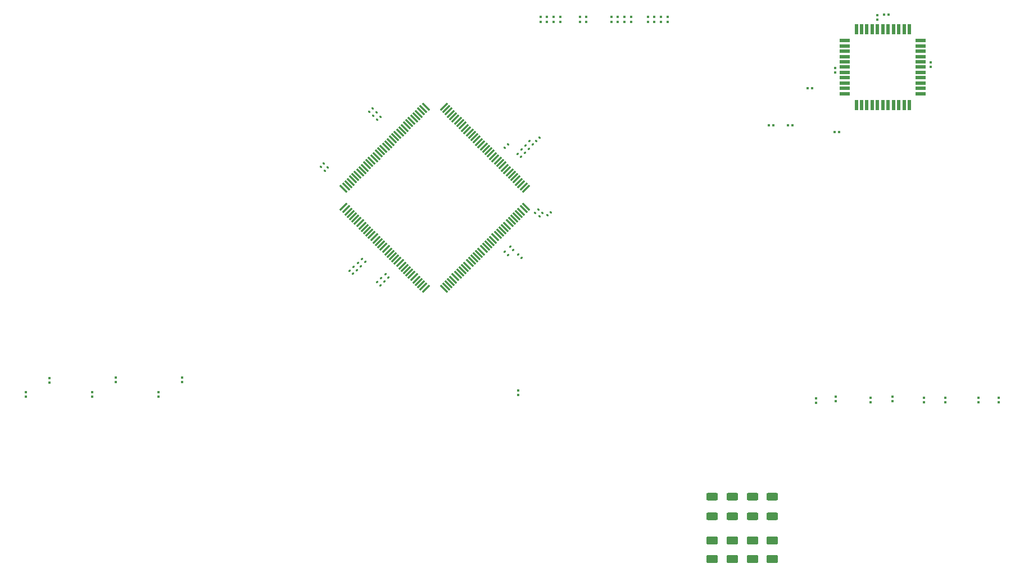
<source format=gbr>
%TF.GenerationSoftware,KiCad,Pcbnew,7.0.1*%
%TF.CreationDate,2023-05-19T12:51:24+02:00*%
%TF.ProjectId,XilinxFPGADevelopmentBoard,58696c69-6e78-4465-9047-41446576656c,rev?*%
%TF.SameCoordinates,Original*%
%TF.FileFunction,Paste,Top*%
%TF.FilePolarity,Positive*%
%FSLAX46Y46*%
G04 Gerber Fmt 4.6, Leading zero omitted, Abs format (unit mm)*
G04 Created by KiCad (PCBNEW 7.0.1) date 2023-05-19 12:51:24*
%MOMM*%
%LPD*%
G01*
G04 APERTURE LIST*
G04 Aperture macros list*
%AMRoundRect*
0 Rectangle with rounded corners*
0 $1 Rounding radius*
0 $2 $3 $4 $5 $6 $7 $8 $9 X,Y pos of 4 corners*
0 Add a 4 corners polygon primitive as box body*
4,1,4,$2,$3,$4,$5,$6,$7,$8,$9,$2,$3,0*
0 Add four circle primitives for the rounded corners*
1,1,$1+$1,$2,$3*
1,1,$1+$1,$4,$5*
1,1,$1+$1,$6,$7*
1,1,$1+$1,$8,$9*
0 Add four rect primitives between the rounded corners*
20,1,$1+$1,$2,$3,$4,$5,0*
20,1,$1+$1,$4,$5,$6,$7,0*
20,1,$1+$1,$6,$7,$8,$9,0*
20,1,$1+$1,$8,$9,$2,$3,0*%
G04 Aperture macros list end*
%ADD10RoundRect,0.079500X0.100500X-0.079500X0.100500X0.079500X-0.100500X0.079500X-0.100500X-0.079500X0*%
%ADD11RoundRect,0.079500X0.014849X-0.127279X0.127279X-0.014849X-0.014849X0.127279X-0.127279X0.014849X0*%
%ADD12RoundRect,0.250000X-0.625000X0.312500X-0.625000X-0.312500X0.625000X-0.312500X0.625000X0.312500X0*%
%ADD13RoundRect,0.079500X0.079500X0.100500X-0.079500X0.100500X-0.079500X-0.100500X0.079500X-0.100500X0*%
%ADD14RoundRect,0.079500X0.127279X0.014849X0.014849X0.127279X-0.127279X-0.014849X-0.014849X-0.127279X0*%
%ADD15RoundRect,0.079500X-0.127279X-0.014849X-0.014849X-0.127279X0.127279X0.014849X0.014849X0.127279X0*%
%ADD16RoundRect,0.079500X-0.079500X-0.100500X0.079500X-0.100500X0.079500X0.100500X-0.079500X0.100500X0*%
%ADD17RoundRect,0.079500X-0.100500X0.079500X-0.100500X-0.079500X0.100500X-0.079500X0.100500X0.079500X0*%
%ADD18RoundRect,0.250000X0.625000X-0.375000X0.625000X0.375000X-0.625000X0.375000X-0.625000X-0.375000X0*%
%ADD19RoundRect,0.079500X-0.014849X0.127279X-0.127279X0.014849X0.014849X-0.127279X0.127279X-0.014849X0*%
%ADD20R,1.500000X0.550000*%
%ADD21R,0.550000X1.500000*%
%ADD22RoundRect,0.011200X-0.602879X0.420729X0.420729X-0.602879X0.602879X-0.420729X-0.420729X0.602879X0*%
%ADD23RoundRect,0.011200X-0.420729X-0.602879X0.602879X0.420729X0.420729X0.602879X-0.602879X-0.420729X0*%
G04 APERTURE END LIST*
D10*
%TO.C,RB3*%
X175490000Y-75454669D03*
X175490000Y-74764669D03*
%TD*%
D11*
%TO.C,RZ2*%
X159156048Y-104767678D03*
X159643952Y-104279774D03*
%TD*%
D10*
%TO.C,RB0*%
X177490000Y-75454669D03*
X177490000Y-74764669D03*
%TD*%
%TO.C,RB1*%
X178490000Y-75454669D03*
X178490000Y-74764669D03*
%TD*%
%TO.C,RSYNC2*%
X166240000Y-75454669D03*
X166240000Y-74764669D03*
%TD*%
D12*
%TO.C,R1*%
X185200000Y-147042000D03*
X185200000Y-149967000D03*
%TD*%
D10*
%TO.C,R8*%
X81760000Y-131995000D03*
X81760000Y-131305000D03*
%TD*%
%TO.C,RR2*%
X160315000Y-75454669D03*
X160315000Y-74764669D03*
%TD*%
D13*
%TO.C,R19*%
X197315000Y-91060000D03*
X196625000Y-91060000D03*
%TD*%
D14*
%TO.C,C19*%
X131043952Y-113443952D03*
X130556048Y-112956048D03*
%TD*%
D10*
%TO.C,R12*%
X156000000Y-131745000D03*
X156000000Y-131055000D03*
%TD*%
D14*
%TO.C,C5*%
X135833952Y-114603952D03*
X135346048Y-114116048D03*
%TD*%
D11*
%TO.C,C9*%
X158716048Y-93403952D03*
X159203952Y-92916048D03*
%TD*%
D15*
%TO.C,RZ1*%
X157668144Y-93468144D03*
X158156048Y-93956048D03*
%TD*%
D11*
%TO.C,C15*%
X153956048Y-94443952D03*
X154443952Y-93956048D03*
%TD*%
D16*
%TO.C,R11*%
X203655000Y-92100000D03*
X204345000Y-92100000D03*
%TD*%
D15*
%TO.C,C2*%
X155912096Y-95357096D03*
X156400000Y-95845000D03*
%TD*%
D10*
%TO.C,RG1*%
X172990000Y-75454669D03*
X172990000Y-74764669D03*
%TD*%
D17*
%TO.C,R28*%
X212322733Y-131945500D03*
X212322733Y-132635500D03*
%TD*%
D15*
%TO.C,C18*%
X131808596Y-111808596D03*
X132296500Y-112296500D03*
%TD*%
D11*
%TO.C,C10*%
X126812096Y-97887904D03*
X127300000Y-97400000D03*
%TD*%
D10*
%TO.C,RG0*%
X171990000Y-75454669D03*
X171990000Y-74764669D03*
%TD*%
D11*
%TO.C,C12*%
X158506048Y-104243952D03*
X158993952Y-103756048D03*
%TD*%
D15*
%TO.C,RZ3*%
X131182322Y-112382322D03*
X131670226Y-112870226D03*
%TD*%
D17*
%TO.C,R20*%
X228322733Y-132085500D03*
X228322733Y-132775500D03*
%TD*%
D18*
%TO.C,D1*%
X185210000Y-156439500D03*
X185210000Y-153639500D03*
%TD*%
D11*
%TO.C,C7*%
X134756048Y-90243952D03*
X135243952Y-89756048D03*
%TD*%
D18*
%TO.C,D2*%
X188200000Y-156439500D03*
X188200000Y-153639500D03*
%TD*%
D10*
%TO.C,R27*%
X217122733Y-132775500D03*
X217122733Y-132085500D03*
%TD*%
D19*
%TO.C,C28*%
X134043952Y-88556048D03*
X133556048Y-89043952D03*
%TD*%
D20*
%TO.C,U2*%
X216600000Y-86300000D03*
X216600000Y-85500000D03*
X216600000Y-84700000D03*
X216600000Y-83900000D03*
X216600000Y-83100000D03*
X216600000Y-82300000D03*
X216600000Y-81500000D03*
X216600000Y-80700000D03*
X216600000Y-79900000D03*
X216600000Y-79100000D03*
X216600000Y-78300000D03*
D21*
X214900000Y-76600000D03*
X214100000Y-76600000D03*
X213300000Y-76600000D03*
X212500000Y-76600000D03*
X211700000Y-76600000D03*
X210900000Y-76600000D03*
X210100000Y-76600000D03*
X209300000Y-76600000D03*
X208500000Y-76600000D03*
X207700000Y-76600000D03*
X206900000Y-76600000D03*
D20*
X205200000Y-78300000D03*
X205200000Y-79100000D03*
X205200000Y-79900000D03*
X205200000Y-80700000D03*
X205200000Y-81500000D03*
X205200000Y-82300000D03*
X205200000Y-83100000D03*
X205200000Y-83900000D03*
X205200000Y-84700000D03*
X205200000Y-85500000D03*
X205200000Y-86300000D03*
D21*
X206900000Y-88000000D03*
X207700000Y-88000000D03*
X208500000Y-88000000D03*
X209300000Y-88000000D03*
X210100000Y-88000000D03*
X210900000Y-88000000D03*
X211700000Y-88000000D03*
X212500000Y-88000000D03*
X213300000Y-88000000D03*
X214100000Y-88000000D03*
X214900000Y-88000000D03*
%TD*%
D17*
%TO.C,R30*%
X203822733Y-131945500D03*
X203822733Y-132635500D03*
%TD*%
D10*
%TO.C,RR0*%
X162315000Y-75454669D03*
X162315000Y-74764669D03*
%TD*%
D14*
%TO.C,C4*%
X156443952Y-111043952D03*
X155956048Y-110556048D03*
%TD*%
D15*
%TO.C,C11*%
X156512096Y-94712096D03*
X157000000Y-95200000D03*
%TD*%
D10*
%TO.C,R25*%
X225322733Y-132775500D03*
X225322733Y-132085500D03*
%TD*%
D18*
%TO.C,D3*%
X191250000Y-156439500D03*
X191250000Y-153639500D03*
%TD*%
D15*
%TO.C,C3*%
X154756048Y-109356048D03*
X155243952Y-109843952D03*
%TD*%
D17*
%TO.C,R26*%
X220322733Y-132085500D03*
X220322733Y-132775500D03*
%TD*%
%TO.C,R6*%
X85360000Y-129155000D03*
X85360000Y-129845000D03*
%TD*%
D13*
%TO.C,C21*%
X211745000Y-74400000D03*
X211055000Y-74400000D03*
%TD*%
D17*
%TO.C,R9*%
X210100000Y-74455000D03*
X210100000Y-75145000D03*
%TD*%
D12*
%TO.C,R4*%
X194200000Y-147042000D03*
X194200000Y-149967000D03*
%TD*%
D15*
%TO.C,C1*%
X157094418Y-94094418D03*
X157582322Y-94582322D03*
%TD*%
D11*
%TO.C,RZ4*%
X134156048Y-89643952D03*
X134643952Y-89156048D03*
%TD*%
D22*
%TO.C,U1*%
X142042355Y-88267986D03*
X141688802Y-88621540D03*
X141335248Y-88975093D03*
X140981695Y-89328646D03*
X140628141Y-89682200D03*
X140274588Y-90035753D03*
X139921035Y-90389307D03*
X139567481Y-90742860D03*
X139213928Y-91096413D03*
X138860374Y-91449967D03*
X138506821Y-91803520D03*
X138153268Y-92157074D03*
X137799714Y-92510627D03*
X137446161Y-92864180D03*
X137092608Y-93217734D03*
X136739054Y-93571287D03*
X136385501Y-93924841D03*
X136031947Y-94278394D03*
X135678394Y-94631947D03*
X135324841Y-94985501D03*
X134971287Y-95339054D03*
X134617734Y-95692608D03*
X134264180Y-96046161D03*
X133910627Y-96399714D03*
X133557074Y-96753268D03*
X133203520Y-97106821D03*
X132849967Y-97460374D03*
X132496413Y-97813928D03*
X132142860Y-98167481D03*
X131789307Y-98521035D03*
X131435753Y-98874588D03*
X131082200Y-99228141D03*
X130728646Y-99581695D03*
X130375093Y-99935248D03*
X130021540Y-100288802D03*
X129667986Y-100642355D03*
D23*
X129667986Y-103357645D03*
X130021540Y-103711198D03*
X130375093Y-104064752D03*
X130728646Y-104418305D03*
X131082200Y-104771859D03*
X131435753Y-105125412D03*
X131789307Y-105478965D03*
X132142860Y-105832519D03*
X132496413Y-106186072D03*
X132849967Y-106539626D03*
X133203520Y-106893179D03*
X133557074Y-107246732D03*
X133910627Y-107600286D03*
X134264180Y-107953839D03*
X134617734Y-108307392D03*
X134971287Y-108660946D03*
X135324841Y-109014499D03*
X135678394Y-109368053D03*
X136031947Y-109721606D03*
X136385501Y-110075159D03*
X136739054Y-110428713D03*
X137092608Y-110782266D03*
X137446161Y-111135820D03*
X137799714Y-111489373D03*
X138153268Y-111842926D03*
X138506821Y-112196480D03*
X138860374Y-112550033D03*
X139213928Y-112903587D03*
X139567481Y-113257140D03*
X139921035Y-113610693D03*
X140274588Y-113964247D03*
X140628141Y-114317800D03*
X140981695Y-114671354D03*
X141335248Y-115024907D03*
X141688802Y-115378460D03*
X142042355Y-115732014D03*
D22*
X144757645Y-115732014D03*
X145111198Y-115378460D03*
X145464752Y-115024907D03*
X145818305Y-114671354D03*
X146171859Y-114317800D03*
X146525412Y-113964247D03*
X146878965Y-113610693D03*
X147232519Y-113257140D03*
X147586072Y-112903587D03*
X147939626Y-112550033D03*
X148293179Y-112196480D03*
X148646732Y-111842926D03*
X149000286Y-111489373D03*
X149353839Y-111135820D03*
X149707392Y-110782266D03*
X150060946Y-110428713D03*
X150414499Y-110075159D03*
X150768053Y-109721606D03*
X151121606Y-109368053D03*
X151475159Y-109014499D03*
X151828713Y-108660946D03*
X152182266Y-108307392D03*
X152535820Y-107953839D03*
X152889373Y-107600286D03*
X153242926Y-107246732D03*
X153596480Y-106893179D03*
X153950033Y-106539626D03*
X154303587Y-106186072D03*
X154657140Y-105832519D03*
X155010693Y-105478965D03*
X155364247Y-105125412D03*
X155717800Y-104771859D03*
X156071354Y-104418305D03*
X156424907Y-104064752D03*
X156778460Y-103711198D03*
X157132014Y-103357645D03*
D23*
X157132014Y-100642355D03*
X156778460Y-100288802D03*
X156424907Y-99935248D03*
X156071354Y-99581695D03*
X155717800Y-99228141D03*
X155364247Y-98874588D03*
X155010693Y-98521035D03*
X154657140Y-98167481D03*
X154303587Y-97813928D03*
X153950033Y-97460374D03*
X153596480Y-97106821D03*
X153242926Y-96753268D03*
X152889373Y-96399714D03*
X152535820Y-96046161D03*
X152182266Y-95692608D03*
X151828713Y-95339054D03*
X151475159Y-94985501D03*
X151121606Y-94631947D03*
X150768053Y-94278394D03*
X150414499Y-93924841D03*
X150060946Y-93571287D03*
X149707392Y-93217734D03*
X149353839Y-92864180D03*
X149000286Y-92510627D03*
X148646732Y-92157074D03*
X148293179Y-91803520D03*
X147939626Y-91449967D03*
X147586072Y-91096413D03*
X147232519Y-90742860D03*
X146878965Y-90389307D03*
X146525412Y-90035753D03*
X146171859Y-89682200D03*
X145818305Y-89328646D03*
X145464752Y-88975093D03*
X145111198Y-88621540D03*
X144757645Y-88267986D03*
%TD*%
D16*
%TO.C,D9*%
X193720000Y-91060000D03*
X194410000Y-91060000D03*
%TD*%
D17*
%TO.C,C22*%
X218100000Y-81555000D03*
X218100000Y-82245000D03*
%TD*%
D11*
%TO.C,C13*%
X126212096Y-97287904D03*
X126700000Y-96800000D03*
%TD*%
D10*
%TO.C,R29*%
X209022733Y-132775500D03*
X209022733Y-132085500D03*
%TD*%
D17*
%TO.C,R5*%
X105360000Y-129105000D03*
X105360000Y-129795000D03*
%TD*%
D10*
%TO.C,RG2*%
X170990000Y-75454669D03*
X170990000Y-74764669D03*
%TD*%
%TO.C,R14*%
X101760000Y-131995000D03*
X101760000Y-131305000D03*
%TD*%
D12*
%TO.C,R2*%
X188200000Y-147042000D03*
X188200000Y-149967000D03*
%TD*%
D11*
%TO.C,C14*%
X160356048Y-104643952D03*
X160843952Y-104156048D03*
%TD*%
D10*
%TO.C,R31*%
X200822733Y-132885500D03*
X200822733Y-132195500D03*
%TD*%
%TO.C,R13*%
X91760000Y-131995000D03*
X91760000Y-131305000D03*
%TD*%
D14*
%TO.C,C8*%
X136433952Y-114003952D03*
X135946048Y-113516048D03*
%TD*%
D10*
%TO.C,C20*%
X203700000Y-83145000D03*
X203700000Y-82455000D03*
%TD*%
%TO.C,RR1*%
X161315000Y-75454669D03*
X161315000Y-74764669D03*
%TD*%
D17*
%TO.C,R7*%
X95360000Y-129105000D03*
X95360000Y-129795000D03*
%TD*%
D15*
%TO.C,C16*%
X153956048Y-110156048D03*
X154443952Y-110643952D03*
%TD*%
D10*
%TO.C,RB2*%
X176490000Y-75454669D03*
X176490000Y-74764669D03*
%TD*%
D18*
%TO.C,D4*%
X194200000Y-156439500D03*
X194200000Y-153639500D03*
%TD*%
D10*
%TO.C,RG3*%
X169990000Y-75454669D03*
X169990000Y-74764669D03*
%TD*%
D14*
%TO.C,C6*%
X135233952Y-115203952D03*
X134746048Y-114716048D03*
%TD*%
D10*
%TO.C,RSYNC1*%
X165240000Y-75454669D03*
X165240000Y-74764669D03*
%TD*%
%TO.C,RR3*%
X159315000Y-75454669D03*
X159315000Y-74764669D03*
%TD*%
D15*
%TO.C,C17*%
X132456048Y-111182322D03*
X132943952Y-111670226D03*
%TD*%
D13*
%TO.C,R10*%
X200245000Y-85500000D03*
X199555000Y-85500000D03*
%TD*%
D12*
%TO.C,R3*%
X191250000Y-147042000D03*
X191250000Y-149967000D03*
%TD*%
M02*

</source>
